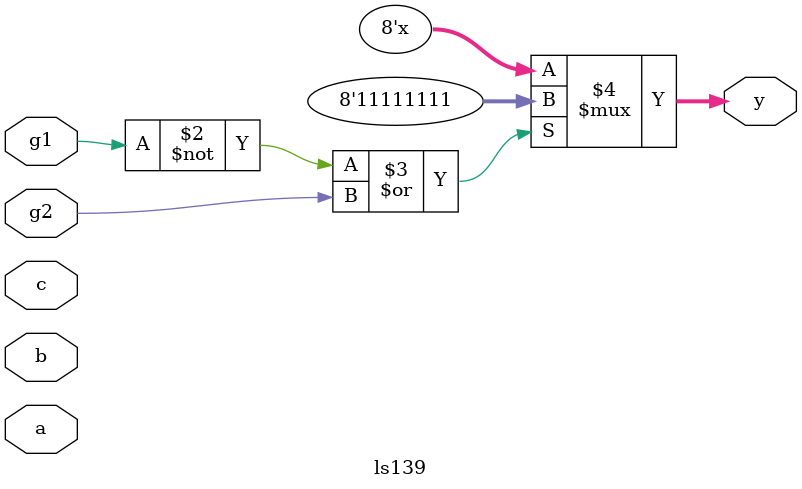
<source format=sv>
module ls139(y, g1, g2, a, b, c);
    output logic [7:0] y;
    input logic g1, g2, a, b, c;
    
    logic [7:0] y_g_b;
    always_comb begin
        y = (~g1 | g2) ? 8'b1111_1111 : y_g_b;
        case({c, b, a})
            3'b000: y_g_b = 8'b1111_1110;
            3'b001: y_g_b = 8'b1111_1101;
            3'b010: y_g_b = 8'b1111_1011;
            3'b011: y_g_b = 8'b1111_0111;
            3'b100: y_g_b = 8'b1110_1111;
            3'b101: y_g_b = 8'b1101_1111;
            3'b110: y_g_b = 8'b1011_1111;
            3'b111: y_g_b = 8'b0111_1111;
        endcase
    end     

endmodule


</source>
